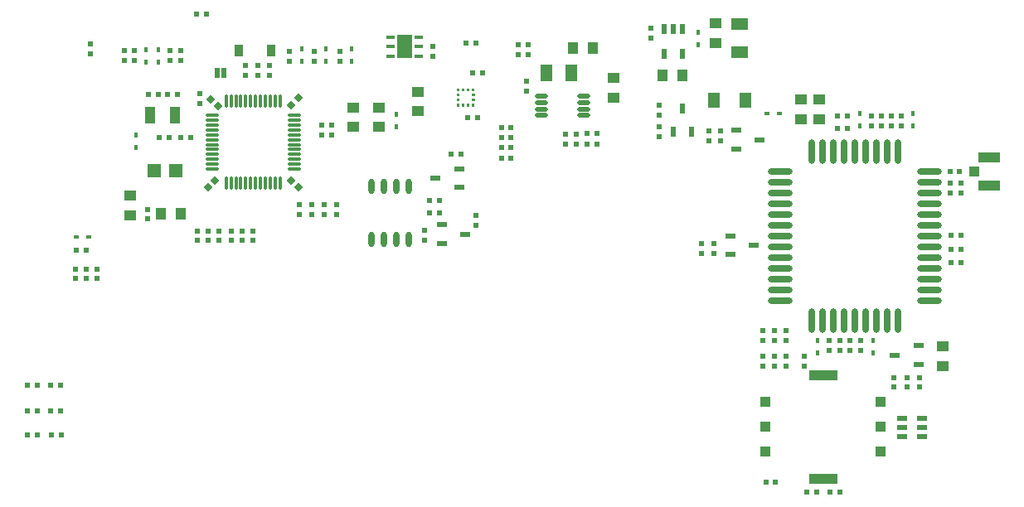
<source format=gtp>
G04*
G04 #@! TF.GenerationSoftware,Altium Limited,Altium Designer,19.1.9 (167)*
G04*
G04 Layer_Color=8421504*
%FSLAX44Y44*%
%MOMM*%
G71*
G01*
G75*
%ADD19O,0.7000X2.5000*%
%ADD20O,2.5000X0.7000*%
%ADD21R,0.6000X0.6000*%
%ADD22R,0.6000X0.6000*%
%ADD23R,0.4000X0.5000*%
%ADD24O,1.4000X0.3000*%
G04:AMPARAMS|DCode=25|XSize=1.55mm|YSize=0.6mm|CornerRadius=0.3mm|HoleSize=0mm|Usage=FLASHONLY|Rotation=270.000|XOffset=0mm|YOffset=0mm|HoleType=Round|Shape=RoundedRectangle|*
%AMROUNDEDRECTD25*
21,1,1.5500,0.0000,0,0,270.0*
21,1,0.9500,0.6000,0,0,270.0*
1,1,0.6000,0.0000,-0.4750*
1,1,0.6000,0.0000,0.4750*
1,1,0.6000,0.0000,0.4750*
1,1,0.6000,0.0000,-0.4750*
%
%ADD25ROUNDEDRECTD25*%
%ADD26R,1.2500X1.0000*%
%ADD27R,0.5000X0.4000*%
%ADD28R,1.1000X0.6000*%
%ADD29R,0.5000X1.0000*%
%ADD30R,1.0000X1.2500*%
%ADD31R,0.9100X1.2200*%
%ADD32R,1.4000X1.4000*%
%ADD33R,1.1000X1.8000*%
%ADD34P,0.8485X4X90.0*%
%ADD35P,0.8485X4X360.0*%
%ADD36O,0.3000X1.4000*%
%ADD37R,1.5000X2.4000*%
%ADD38R,0.8500X0.4500*%
%ADD39R,1.0000X0.5500*%
%ADD40R,1.1000X1.0000*%
%ADD41R,3.0000X1.0000*%
%ADD42R,1.2000X1.7500*%
%ADD43R,0.6000X1.1000*%
%ADD44O,1.3500X0.4500*%
%ADD45R,1.0500X1.0000*%
%ADD46R,2.2000X1.0500*%
%ADD47R,1.2000X1.6000*%
%ADD48R,1.8000X1.3000*%
G36*
X481500Y367750D02*
Y365250D01*
X478500D01*
Y367750D01*
X481500D01*
D02*
G37*
G36*
Y362750D02*
Y359750D01*
X479000D01*
Y362750D01*
X481500D01*
D02*
G37*
G36*
X486500D02*
Y359750D01*
X484000D01*
Y362750D01*
X486500D01*
D02*
G37*
G36*
X481500Y372750D02*
Y370250D01*
X478500D01*
Y372750D01*
X481500D01*
D02*
G37*
G36*
Y378250D02*
Y375250D01*
X479000D01*
Y378250D01*
X481500D01*
D02*
G37*
G36*
X486500D02*
Y375250D01*
X484000D01*
Y378250D01*
X486500D01*
D02*
G37*
G36*
X491500Y362750D02*
Y359750D01*
X489000D01*
Y362750D01*
X491500D01*
D02*
G37*
G36*
X496500D02*
Y359750D01*
X494000D01*
Y362750D01*
X496500D01*
D02*
G37*
G36*
X497000Y367750D02*
Y365250D01*
X494000D01*
Y367750D01*
X497000D01*
D02*
G37*
G36*
X491500Y378250D02*
Y375250D01*
X489000D01*
Y378250D01*
X491500D01*
D02*
G37*
G36*
X496500D02*
Y375250D01*
X494000D01*
Y378250D01*
X496500D01*
D02*
G37*
G36*
X497000Y372750D02*
Y370250D01*
X494000D01*
Y372750D01*
X497000D01*
D02*
G37*
D19*
X929000Y141500D02*
D03*
X907000D02*
D03*
X885000D02*
D03*
X863000D02*
D03*
X841000D02*
D03*
X918000D02*
D03*
X896000D02*
D03*
X874000D02*
D03*
X852000D02*
D03*
X907000Y313500D02*
D03*
X929000D02*
D03*
X852000D02*
D03*
X874000D02*
D03*
X918000D02*
D03*
X896000D02*
D03*
X885000D02*
D03*
X863000D02*
D03*
X841000D02*
D03*
D20*
X808500Y216500D02*
D03*
Y238500D02*
D03*
Y260500D02*
D03*
Y282500D02*
D03*
Y161500D02*
D03*
Y183500D02*
D03*
Y293500D02*
D03*
Y271500D02*
D03*
Y249500D02*
D03*
Y227500D02*
D03*
Y205500D02*
D03*
Y194500D02*
D03*
Y172500D02*
D03*
X961500Y282500D02*
D03*
Y260500D02*
D03*
Y238500D02*
D03*
Y216500D02*
D03*
Y194500D02*
D03*
Y161500D02*
D03*
Y293500D02*
D03*
Y271500D02*
D03*
Y249500D02*
D03*
Y227500D02*
D03*
Y205500D02*
D03*
Y183500D02*
D03*
Y172500D02*
D03*
D21*
X488000Y425000D02*
D03*
X498000D02*
D03*
X993000Y200000D02*
D03*
X983000D02*
D03*
Y214000D02*
D03*
X993000D02*
D03*
X983000Y228000D02*
D03*
X993000D02*
D03*
X524000Y307000D02*
D03*
X534000D02*
D03*
X451000Y251000D02*
D03*
X461000D02*
D03*
X534000Y318000D02*
D03*
X524000D02*
D03*
X495000Y394000D02*
D03*
X505000D02*
D03*
X490000Y349000D02*
D03*
X500000D02*
D03*
X75000Y24000D02*
D03*
X65000D02*
D03*
X40000D02*
D03*
X50000D02*
D03*
X64000Y49000D02*
D03*
X74000D02*
D03*
X40000D02*
D03*
X50000D02*
D03*
X40000Y75000D02*
D03*
X50000D02*
D03*
X74000D02*
D03*
X64000D02*
D03*
X90000Y213000D02*
D03*
X100000D02*
D03*
X223000Y454000D02*
D03*
X213000D02*
D03*
X450500Y263500D02*
D03*
X460500D02*
D03*
X483000Y311000D02*
D03*
X473000D02*
D03*
X551000Y423000D02*
D03*
X541000D02*
D03*
Y413000D02*
D03*
X551000D02*
D03*
X351000Y341000D02*
D03*
X341000D02*
D03*
X351000Y331000D02*
D03*
X341000D02*
D03*
X197000Y328000D02*
D03*
X207000D02*
D03*
X185000D02*
D03*
X175000D02*
D03*
X164000Y372000D02*
D03*
X174000D02*
D03*
X193000D02*
D03*
X183000D02*
D03*
X836000Y-34000D02*
D03*
X846000D02*
D03*
X870000D02*
D03*
X860000D02*
D03*
X804000Y-24000D02*
D03*
X794000D02*
D03*
X611500Y332500D02*
D03*
X621500D02*
D03*
X621500Y321500D02*
D03*
X611500D02*
D03*
X877500Y350000D02*
D03*
X867500D02*
D03*
X877500Y337500D02*
D03*
X867500D02*
D03*
X992000Y293500D02*
D03*
X982000D02*
D03*
D22*
X728000Y220000D02*
D03*
Y210000D02*
D03*
X685000Y339000D02*
D03*
Y329000D02*
D03*
X932000Y350000D02*
D03*
Y340000D02*
D03*
X902000Y350000D02*
D03*
Y340000D02*
D03*
X922000Y350000D02*
D03*
Y340000D02*
D03*
X891000Y111000D02*
D03*
Y121000D02*
D03*
X859000Y111000D02*
D03*
Y121000D02*
D03*
X355500Y249931D02*
D03*
Y259931D02*
D03*
X343000Y249931D02*
D03*
Y259931D02*
D03*
X330500Y249931D02*
D03*
Y259931D02*
D03*
X318000Y249931D02*
D03*
Y259931D02*
D03*
X248000Y223000D02*
D03*
Y233000D02*
D03*
X214000Y223000D02*
D03*
Y233000D02*
D03*
X236000Y223000D02*
D03*
Y233000D02*
D03*
X225000Y223000D02*
D03*
Y233000D02*
D03*
X912000Y340000D02*
D03*
Y350000D02*
D03*
X104000Y414000D02*
D03*
Y424000D02*
D03*
X524000Y338000D02*
D03*
Y328000D02*
D03*
X89000Y194000D02*
D03*
Y184000D02*
D03*
X100000Y184000D02*
D03*
Y194000D02*
D03*
X111000Y184000D02*
D03*
Y194000D02*
D03*
X870000Y111000D02*
D03*
Y121000D02*
D03*
X880000Y111000D02*
D03*
Y121000D02*
D03*
X498000Y238500D02*
D03*
Y248500D02*
D03*
X445500Y223500D02*
D03*
Y233500D02*
D03*
X259000Y233000D02*
D03*
Y223000D02*
D03*
X270000Y223000D02*
D03*
Y233000D02*
D03*
X549500Y385500D02*
D03*
Y375500D02*
D03*
X263000Y392000D02*
D03*
Y402000D02*
D03*
X162500Y255000D02*
D03*
Y245000D02*
D03*
X139000Y417000D02*
D03*
Y407000D02*
D03*
X149000D02*
D03*
Y417000D02*
D03*
X186000Y407000D02*
D03*
Y417000D02*
D03*
X197000D02*
D03*
Y407000D02*
D03*
X359000Y416000D02*
D03*
Y406000D02*
D03*
X333000Y416000D02*
D03*
Y406000D02*
D03*
X308000Y416000D02*
D03*
Y406000D02*
D03*
X216000Y363000D02*
D03*
Y373000D02*
D03*
X741000Y210000D02*
D03*
Y220000D02*
D03*
X833000Y95000D02*
D03*
Y105000D02*
D03*
X791000Y95000D02*
D03*
Y105000D02*
D03*
X803000Y95000D02*
D03*
Y105000D02*
D03*
X815000Y95000D02*
D03*
Y105000D02*
D03*
X287000Y392000D02*
D03*
Y402000D02*
D03*
X815000Y131000D02*
D03*
Y121000D02*
D03*
X803000Y131000D02*
D03*
Y121000D02*
D03*
X275000Y392000D02*
D03*
Y402000D02*
D03*
X454000Y421000D02*
D03*
Y411000D02*
D03*
X791000Y131000D02*
D03*
Y121000D02*
D03*
X951000Y83000D02*
D03*
Y73000D02*
D03*
X938000D02*
D03*
Y83000D02*
D03*
X925000Y73000D02*
D03*
Y83000D02*
D03*
X589500Y321500D02*
D03*
Y331500D02*
D03*
X534000Y328000D02*
D03*
Y338000D02*
D03*
X600500Y331500D02*
D03*
Y321500D02*
D03*
X685000Y361000D02*
D03*
Y351000D02*
D03*
X736000Y325000D02*
D03*
Y335000D02*
D03*
X748000Y325000D02*
D03*
Y335000D02*
D03*
X982000Y271500D02*
D03*
Y281500D02*
D03*
X993000Y271500D02*
D03*
Y281500D02*
D03*
X677000Y430000D02*
D03*
Y440000D02*
D03*
D23*
X944000Y353000D02*
D03*
Y340000D02*
D03*
X890000Y353000D02*
D03*
Y340000D02*
D03*
X847000Y108000D02*
D03*
Y121000D02*
D03*
X904000Y108000D02*
D03*
Y121000D02*
D03*
X151000Y331000D02*
D03*
Y318000D02*
D03*
X417000Y352000D02*
D03*
Y339000D02*
D03*
X161000Y418000D02*
D03*
Y405000D02*
D03*
X174000Y418000D02*
D03*
Y405000D02*
D03*
X371000Y419000D02*
D03*
Y406000D02*
D03*
X345000Y419000D02*
D03*
Y406000D02*
D03*
X320000Y419000D02*
D03*
Y406000D02*
D03*
X725000Y423000D02*
D03*
Y436000D02*
D03*
D24*
X312500Y316000D02*
D03*
Y351000D02*
D03*
Y346000D02*
D03*
Y341000D02*
D03*
Y336000D02*
D03*
Y331000D02*
D03*
Y326000D02*
D03*
Y321000D02*
D03*
Y311000D02*
D03*
Y306000D02*
D03*
Y301000D02*
D03*
Y296000D02*
D03*
X228500D02*
D03*
Y301000D02*
D03*
Y306000D02*
D03*
Y311000D02*
D03*
Y316000D02*
D03*
Y321000D02*
D03*
Y326000D02*
D03*
Y331000D02*
D03*
Y336000D02*
D03*
Y341000D02*
D03*
Y346000D02*
D03*
Y351000D02*
D03*
D25*
X429550Y278000D02*
D03*
X416850D02*
D03*
X404150D02*
D03*
X391450D02*
D03*
Y224000D02*
D03*
X404150D02*
D03*
X416850D02*
D03*
X429550D02*
D03*
D26*
X439000Y355000D02*
D03*
Y375000D02*
D03*
X145000Y269000D02*
D03*
Y249000D02*
D03*
X399000Y359000D02*
D03*
Y339000D02*
D03*
X373000Y359000D02*
D03*
Y339000D02*
D03*
X975000Y115000D02*
D03*
Y95000D02*
D03*
X849000Y347000D02*
D03*
Y367000D02*
D03*
X830000Y347000D02*
D03*
Y367000D02*
D03*
X639000Y369000D02*
D03*
Y389000D02*
D03*
X743000Y445000D02*
D03*
Y425000D02*
D03*
D27*
X90000Y227000D02*
D03*
X103000D02*
D03*
X795000Y353000D02*
D03*
X808000D02*
D03*
D28*
X463000Y239000D02*
D03*
Y220000D02*
D03*
X487000Y229500D02*
D03*
X481000Y277500D02*
D03*
Y296500D02*
D03*
X457000Y287000D02*
D03*
X758000Y227500D02*
D03*
Y208500D02*
D03*
X782000Y218000D02*
D03*
X950000Y96500D02*
D03*
Y115500D02*
D03*
X926000Y106000D02*
D03*
X764000Y335500D02*
D03*
Y316500D02*
D03*
X788000Y326000D02*
D03*
D29*
X234000Y394000D02*
D03*
X241000D02*
D03*
D30*
X196500Y250000D02*
D03*
X176500D02*
D03*
X617500Y420000D02*
D03*
X597500D02*
D03*
X709000Y392000D02*
D03*
X689000D02*
D03*
D31*
X256250Y417000D02*
D03*
X289000D02*
D03*
D32*
X169500Y294000D02*
D03*
X191500D02*
D03*
D33*
X165498Y350998D02*
D03*
X190499D02*
D03*
D34*
X234536Y360465D02*
D03*
X227465Y367536D02*
D03*
X309464Y284536D02*
D03*
X316536Y277464D02*
D03*
D35*
X309464Y361465D02*
D03*
X316536Y368536D02*
D03*
X231535Y284536D02*
D03*
X224464Y277464D02*
D03*
D36*
X243000Y365500D02*
D03*
X248000D02*
D03*
X253000D02*
D03*
X258000D02*
D03*
X263000D02*
D03*
X268000D02*
D03*
X273000D02*
D03*
X278000D02*
D03*
X283000D02*
D03*
X288000D02*
D03*
X293000D02*
D03*
X298000D02*
D03*
Y281500D02*
D03*
X293000D02*
D03*
X288000D02*
D03*
X283000D02*
D03*
X278000D02*
D03*
X273000D02*
D03*
X268000D02*
D03*
X263000D02*
D03*
X258000D02*
D03*
X253000D02*
D03*
X248000D02*
D03*
X243000D02*
D03*
D37*
X425000Y421000D02*
D03*
D38*
X439500Y411000D02*
D03*
Y421000D02*
D03*
Y431000D02*
D03*
X410500Y411000D02*
D03*
Y421000D02*
D03*
Y431000D02*
D03*
D39*
X953500Y22500D02*
D03*
Y32000D02*
D03*
Y41500D02*
D03*
X933000D02*
D03*
Y32000D02*
D03*
Y22500D02*
D03*
D40*
X911500Y57900D02*
D03*
Y32500D02*
D03*
Y7100D02*
D03*
X793500Y57900D02*
D03*
Y32500D02*
D03*
Y7100D02*
D03*
D41*
X852500Y85500D02*
D03*
Y-20500D02*
D03*
D42*
X595750Y394000D02*
D03*
X570250D02*
D03*
D43*
X699500Y334000D02*
D03*
X718500D02*
D03*
X709000Y358000D02*
D03*
Y439500D02*
D03*
X699500D02*
D03*
X690000D02*
D03*
Y413500D02*
D03*
X709000D02*
D03*
D44*
X564750Y370250D02*
D03*
Y363750D02*
D03*
Y357250D02*
D03*
Y350750D02*
D03*
X608250Y370250D02*
D03*
Y363750D02*
D03*
Y357250D02*
D03*
Y350750D02*
D03*
D45*
X1006750Y293500D02*
D03*
D46*
X1022000Y308250D02*
D03*
Y278750D02*
D03*
D47*
X773000Y366000D02*
D03*
X741000D02*
D03*
D48*
X767500Y415500D02*
D03*
Y444500D02*
D03*
M02*

</source>
